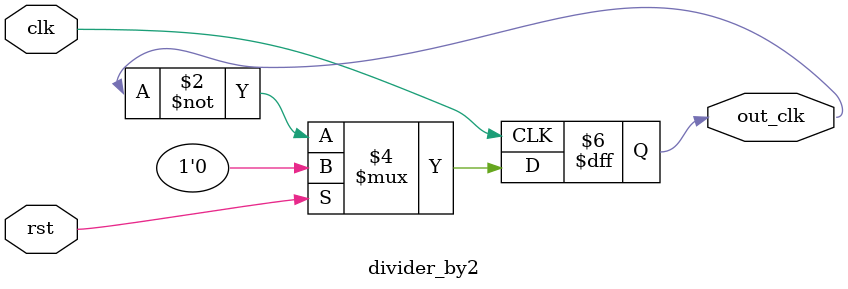
<source format=sv>
module divider_by2 ( 

output reg out_clk,
input clk,
input rst
);

always @(posedge clk)
begin
if (rst)
     out_clk <= 1'b0;
else
     out_clk <= ~out_clk;	
end

endmodule 
</source>
